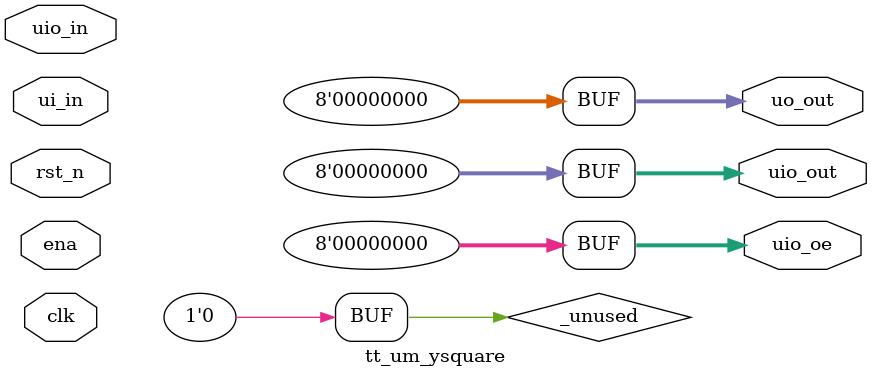
<source format=v>
/*
 * Copyright (c) 2026 Caleb Son
 * SPDX-License-Identifier: Apache-2.0
 */

`timescale 1ns/1ps
`default_nettype none

module tt_um_ysquare (
    input  wire [7:0] ui_in,    // Dedicated inputs
    output wire [7:0] uo_out,   // Dedicated outputs
    input  wire [7:0] uio_in,   // IOs: Input path
    output wire [7:0] uio_out,  // IOs: Output path
    output wire [7:0] uio_oe,   // IOs: Enable path (active high: 0=input, 1=output)
    input  wire       ena,      // always 1 when the design is powered, so you can ignore it
    input  wire       clk,      // clock
    input  wire       rst_n     // reset_n - low to reset
);

  // All output pins must be assigned. If not used, assign to 0.
  assign uo_out  = 0;
  assign uio_out = 0;
  assign uio_oe  = 0;

  // List all unused inputs to prevent warnings
  wire _unused = &{ena, clk, rst_n, 1'b0};

endmodule

</source>
